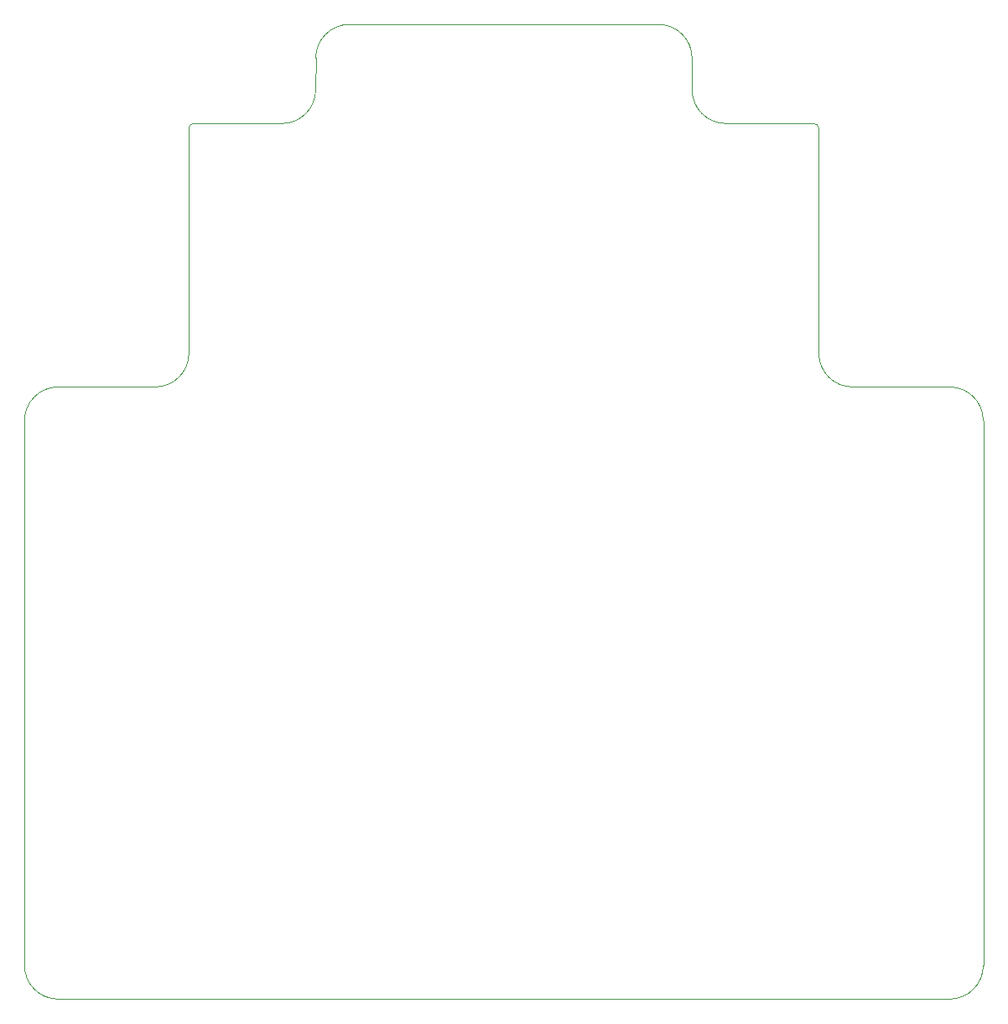
<source format=gm1>
G04 #@! TF.GenerationSoftware,KiCad,Pcbnew,(7.0.0)*
G04 #@! TF.CreationDate,2023-09-27T17:19:24+02:00*
G04 #@! TF.ProjectId,Rover_1,526f7665-725f-4312-9e6b-696361645f70,rev?*
G04 #@! TF.SameCoordinates,Original*
G04 #@! TF.FileFunction,Profile,NP*
%FSLAX46Y46*%
G04 Gerber Fmt 4.6, Leading zero omitted, Abs format (unit mm)*
G04 Created by KiCad (PCBNEW (7.0.0)) date 2023-09-27 17:19:24*
%MOMM*%
%LPD*%
G01*
G04 APERTURE LIST*
G04 #@! TA.AperFunction,Profile*
%ADD10C,0.100000*%
G04 #@! TD*
G04 APERTURE END LIST*
D10*
X113700000Y-70000000D02*
G75*
G03*
X113200000Y-70500000I0J-500000D01*
G01*
X180200000Y-96600000D02*
X190000000Y-96600000D01*
X129404163Y-60004163D02*
G75*
G03*
X126004163Y-63404163I37J-3400037D01*
G01*
X96600000Y-155000000D02*
X96600000Y-100000000D01*
X109800000Y-96600000D02*
G75*
G03*
X113200000Y-93200000I0J3400000D01*
G01*
X193400000Y-155000000D02*
X193400000Y-100000000D01*
X167400000Y-70000000D02*
X176300000Y-70000000D01*
X176800001Y-70499999D02*
G75*
G03*
X176300001Y-69999999I-500001J-1D01*
G01*
X164000000Y-63400000D02*
X164000000Y-66600000D01*
X100000000Y-96600000D02*
G75*
G03*
X96600000Y-100000000I0J-3400000D01*
G01*
X100000000Y-96600000D02*
X109800000Y-96600000D01*
X164000000Y-66600000D02*
G75*
G03*
X167400000Y-70000000I3400000J0D01*
G01*
X113200000Y-93200000D02*
X113200000Y-70500000D01*
X193400000Y-100000000D02*
G75*
G03*
X190000000Y-96600000I-3400000J0D01*
G01*
X164000000Y-63400000D02*
G75*
G03*
X160600000Y-60000000I-3400000J0D01*
G01*
X113700000Y-70000000D02*
X122600000Y-70000000D01*
X176800001Y-70499999D02*
X176800000Y-93200000D01*
X129404163Y-60004163D02*
X160600000Y-60000000D01*
X190000000Y-158400000D02*
X100000000Y-158400000D01*
X126000000Y-66600000D02*
X126004163Y-63404163D01*
X190000000Y-158400000D02*
G75*
G03*
X193400000Y-155000000I0J3400000D01*
G01*
X176800000Y-93200000D02*
G75*
G03*
X180200000Y-96600000I3400000J0D01*
G01*
X96600000Y-155000000D02*
G75*
G03*
X100000000Y-158400000I3400000J0D01*
G01*
X122600000Y-70000000D02*
G75*
G03*
X126000000Y-66600000I0J3400000D01*
G01*
M02*

</source>
